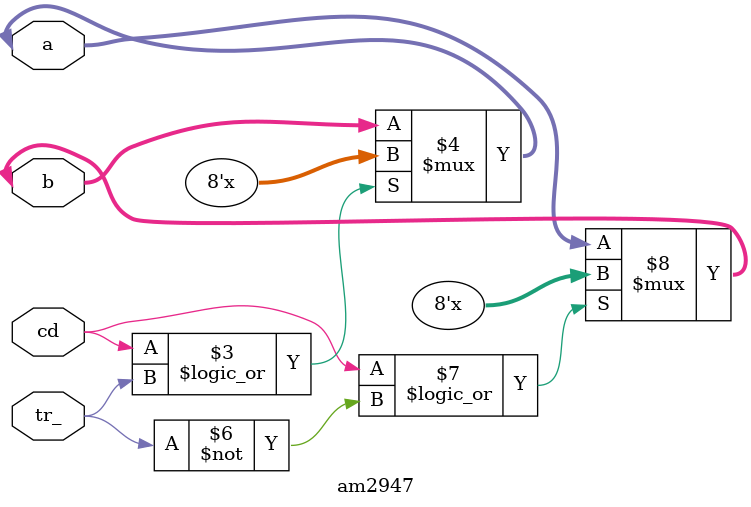
<source format=v>


module am2947(a, b, cd, tr_);
parameter WIDTH=8;
inout [WIDTH-1:0] a, b;
input cd, tr_;

assign a = (cd=='b1 || tr_=='b1) ? {WIDTH{1'bZ}} : b;
assign b = (cd=='b1 || tr_=='b0) ? {WIDTH{1'bZ}} : a;

endmodule

</source>
